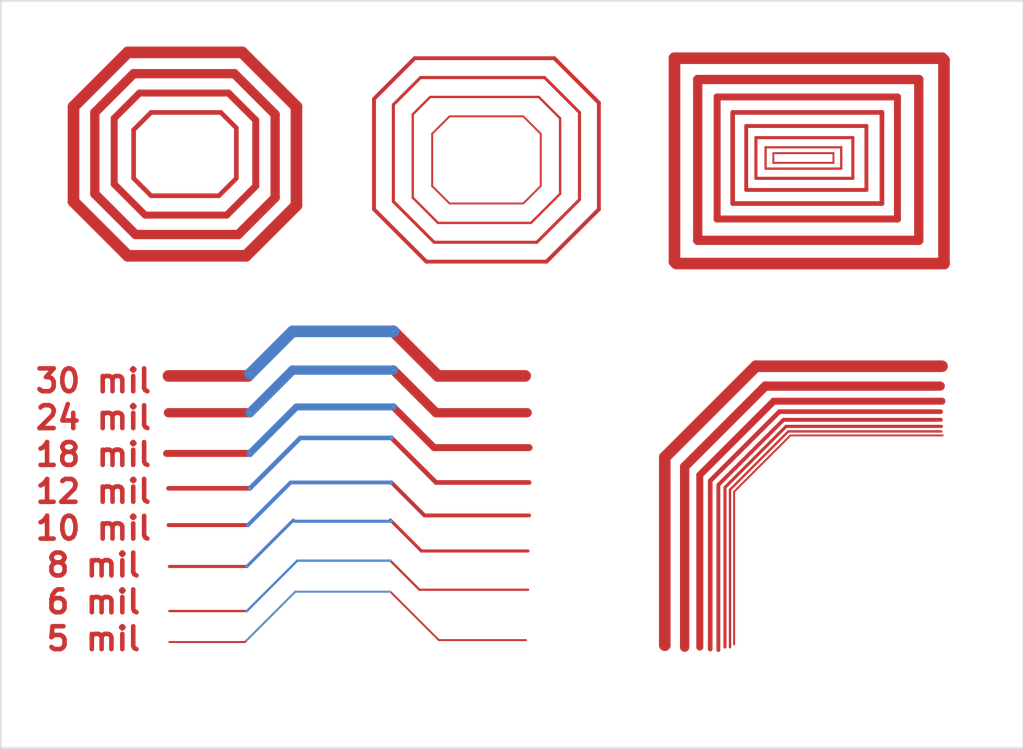
<source format=kicad_pcb>
(kicad_pcb (version 4) (host pcbnew 4.0.4-stable)

  (general
    (links 0)
    (no_connects 0)
    (area 19.949999 20.949999 87.050001 70.050001)
    (thickness 1.6)
    (drawings 5)
    (tracks 201)
    (zones 0)
    (modules 0)
    (nets 1)
  )

  (page A4)
  (layers
    (0 F.Cu signal)
    (31 B.Cu signal)
    (32 B.Adhes user)
    (33 F.Adhes user)
    (34 B.Paste user)
    (35 F.Paste user)
    (36 B.SilkS user)
    (37 F.SilkS user)
    (38 B.Mask user)
    (39 F.Mask user)
    (40 Dwgs.User user)
    (41 Cmts.User user)
    (42 Eco1.User user)
    (43 Eco2.User user)
    (44 Edge.Cuts user)
    (45 Margin user)
    (46 B.CrtYd user)
    (47 F.CrtYd user)
    (48 B.Fab user)
    (49 F.Fab user)
  )

  (setup
    (last_trace_width 0.25)
    (user_trace_width 0.127)
    (user_trace_width 0.1524)
    (user_trace_width 0.2032)
    (user_trace_width 0.254)
    (user_trace_width 0.3048)
    (user_trace_width 0.4572)
    (user_trace_width 0.6096)
    (user_trace_width 0.762)
    (trace_clearance 0.2)
    (zone_clearance 0.508)
    (zone_45_only no)
    (trace_min 0.1)
    (segment_width 0.2)
    (edge_width 0.1)
    (via_size 0.6)
    (via_drill 0.4)
    (via_min_size 0.1)
    (via_min_drill 0.05)
    (user_via 0.127 0.05)
    (user_via 0.1524 0.05)
    (user_via 0.2032 0.05)
    (user_via 0.254 0.05)
    (user_via 0.3048 0.05)
    (user_via 0.4572 0.05)
    (user_via 0.6096 0.05)
    (user_via 0.762 0.05)
    (uvia_size 0.3)
    (uvia_drill 0.1)
    (uvias_allowed no)
    (uvia_min_size 0.2)
    (uvia_min_drill 0.1)
    (pcb_text_width 0.3)
    (pcb_text_size 1.5 1.5)
    (mod_edge_width 0.15)
    (mod_text_size 1 1)
    (mod_text_width 0.15)
    (pad_size 1.5 1.5)
    (pad_drill 0.6)
    (pad_to_mask_clearance 0)
    (aux_axis_origin 20 70)
    (visible_elements 7FFFFFFF)
    (pcbplotparams
      (layerselection 0x00000_00000001)
      (usegerberextensions false)
      (excludeedgelayer false)
      (linewidth 0.100000)
      (plotframeref false)
      (viasonmask false)
      (mode 1)
      (useauxorigin true)
      (hpglpennumber 1)
      (hpglpenspeed 20)
      (hpglpendiameter 15)
      (hpglpenoverlay 2)
      (psnegative false)
      (psa4output false)
      (plotreference true)
      (plotvalue true)
      (plotinvisibletext false)
      (padsonsilk false)
      (subtractmaskfromsilk false)
      (outputformat 1)
      (mirror false)
      (drillshape 0)
      (scaleselection 1)
      (outputdirectory FlatCam/Gerber/))
  )

  (net 0 "")

  (net_class Default "This is the default net class."
    (clearance 0.2)
    (trace_width 0.25)
    (via_dia 0.6)
    (via_drill 0.4)
    (uvia_dia 0.3)
    (uvia_drill 0.1)
  )

  (gr_line (start 20 70) (end 20 21) (angle 90) (layer Edge.Cuts) (width 0.1))
  (gr_line (start 87 70) (end 20 70) (angle 90) (layer Edge.Cuts) (width 0.1))
  (gr_line (start 87 21) (end 87 70) (angle 90) (layer Edge.Cuts) (width 0.1))
  (gr_line (start 20 21) (end 87 21) (angle 90) (layer Edge.Cuts) (width 0.1))
  (gr_text "30 mil\n24 mil\n18 mil\n12 mil\n10 mil\n8 mil\n6 mil\n5 mil" (at 26.07056 54.37124) (layer F.Cu)
    (effects (font (size 1.5 1.5) (thickness 0.3)))
  )

  (segment (start 68.04152 63.19012) (end 68.04152 53.18252) (width 0.127) (layer F.Cu) (net 0))
  (segment (start 71.7296 49.49444) (end 81.70164 49.49444) (width 0.127) (layer F.Cu) (net 0) (tstamp 57D5C323))
  (segment (start 68.04152 53.18252) (end 71.7296 49.49444) (width 0.127) (layer F.Cu) (net 0) (tstamp 57D5C31D))
  (segment (start 67.77228 63.38316) (end 67.77228 53.05044) (width 0.1524) (layer F.Cu) (net 0))
  (segment (start 71.59244 49.23028) (end 81.61528 49.23028) (width 0.1524) (layer F.Cu) (net 0) (tstamp 57D5C2B2))
  (segment (start 67.77228 53.05044) (end 71.59244 49.23028) (width 0.1524) (layer F.Cu) (net 0) (tstamp 57D5C2AE))
  (segment (start 67.44208 63.36284) (end 67.44208 52.90312) (width 0.2032) (layer F.Cu) (net 0))
  (segment (start 71.44512 48.90008) (end 81.62036 48.90008) (width 0.2032) (layer F.Cu) (net 0) (tstamp 57D5C215))
  (segment (start 67.44208 52.90312) (end 71.44512 48.90008) (width 0.2032) (layer F.Cu) (net 0) (tstamp 57D5C211))
  (segment (start 67.01028 63.56096) (end 67.01028 52.73548) (width 0.254) (layer F.Cu) (net 0))
  (segment (start 67.01028 52.73548) (end 71.27748 48.46828) (width 0.254) (layer F.Cu) (net 0) (tstamp 57D5BEA3))
  (segment (start 71.27748 48.46828) (end 81.5848 48.46828) (width 0.254) (layer F.Cu) (net 0) (tstamp 57D5BEA5))
  (segment (start 66.47688 63.5) (end 66.47688 52.46624) (width 0.3048) (layer F.Cu) (net 0))
  (segment (start 66.47688 52.46624) (end 71.00824 47.93488) (width 0.3048) (layer F.Cu) (net 0) (tstamp 57D5BE9D))
  (segment (start 71.00824 47.93488) (end 81.56956 47.93488) (width 0.3048) (layer F.Cu) (net 0) (tstamp 57D5BE9F))
  (segment (start 65.79108 63.373) (end 65.79108 52.09032) (width 0.4572) (layer F.Cu) (net 0))
  (segment (start 65.79108 52.09032) (end 70.63232 47.24908) (width 0.4572) (layer F.Cu) (net 0) (tstamp 57D5BE95))
  (segment (start 70.63232 47.24908) (end 81.65592 47.24908) (width 0.4572) (layer F.Cu) (net 0) (tstamp 57D5BE99))
  (segment (start 64.80048 63.37808) (end 64.80048 51.54168) (width 0.6096) (layer F.Cu) (net 0))
  (segment (start 64.80048 51.54168) (end 70.08368 46.25848) (width 0.6096) (layer F.Cu) (net 0) (tstamp 57D5BE83))
  (segment (start 70.08368 46.25848) (end 81.53908 46.25848) (width 0.6096) (layer F.Cu) (net 0) (tstamp 57D5BE88))
  (segment (start 63.5 63.246) (end 63.5 50.927) (width 0.762) (layer F.Cu) (net 0))
  (segment (start 69.469 44.958) (end 81.661 44.958) (width 0.762) (layer F.Cu) (net 0) (tstamp 57D5BE75))
  (segment (start 63.5 50.927) (end 69.469 44.958) (width 0.762) (layer F.Cu) (net 0) (tstamp 57D5BE71))
  (segment (start 70.612 30.988) (end 70.612 31.623) (width 0.127) (layer F.Cu) (net 0) (tstamp 57D5BDDA))
  (segment (start 74.549 30.988) (end 70.612 30.988) (width 0.127) (layer F.Cu) (net 0) (tstamp 57D5BDE1))
  (segment (start 74.549 31.623) (end 74.549 30.988) (width 0.127) (layer F.Cu) (net 0) (tstamp 57D5BDDF))
  (segment (start 74.549 31.623) (end 74.549 31.623) (width 0.127) (layer F.Cu) (net 0) (tstamp 57D5BDE0))
  (segment (start 70.612 31.623) (end 74.549 31.623) (width 0.127) (layer F.Cu) (net 0) (tstamp 57D5BDDC))
  (segment (start 70.612 31.623) (end 70.612 31.623) (width 0.127) (layer F.Cu) (net 0) (tstamp 57D5BDDE))
  (segment (start 70.104 30.607) (end 70.104 32.004) (width 0.1524) (layer F.Cu) (net 0) (tstamp 57D5BD9A))
  (segment (start 75.057 30.607) (end 70.104 30.607) (width 0.1524) (layer F.Cu) (net 0) (tstamp 57D5BDAE))
  (segment (start 75.057 30.607) (end 75.057 30.607) (width 0.1524) (layer F.Cu) (net 0) (tstamp 57D5BDB2))
  (segment (start 75.057 32.004) (end 75.057 30.607) (width 0.1524) (layer F.Cu) (net 0) (tstamp 57D5BDA2))
  (segment (start 75.057 32.004) (end 75.057 32.004) (width 0.1524) (layer F.Cu) (net 0) (tstamp 57D5BDAD))
  (segment (start 70.104 32.004) (end 75.057 32.004) (width 0.1524) (layer F.Cu) (net 0) (tstamp 57D5BD9C))
  (segment (start 70.104 32.004) (end 70.104 32.004) (width 0.1524) (layer F.Cu) (net 0) (tstamp 57D5BDA1))
  (segment (start 69.469 29.972) (end 69.469 32.639) (width 0.2032) (layer F.Cu) (net 0) (tstamp 57D5BD4F))
  (segment (start 75.819 29.972) (end 69.469 29.972) (width 0.2032) (layer F.Cu) (net 0) (tstamp 57D5BD64))
  (segment (start 75.819 29.972) (end 75.819 29.972) (width 0.2032) (layer F.Cu) (net 0) (tstamp 57D5BD67))
  (segment (start 75.819 32.639) (end 75.819 29.972) (width 0.2032) (layer F.Cu) (net 0) (tstamp 57D5BD57))
  (segment (start 75.819 32.639) (end 75.819 32.639) (width 0.2032) (layer F.Cu) (net 0) (tstamp 57D5BD63))
  (segment (start 69.469 32.639) (end 75.819 32.639) (width 0.2032) (layer F.Cu) (net 0) (tstamp 57D5BD52))
  (segment (start 69.469 32.639) (end 69.469 32.639) (width 0.2032) (layer F.Cu) (net 0) (tstamp 57D5BD56))
  (segment (start 68.834 29.21) (end 68.834 33.401) (width 0.254) (layer F.Cu) (net 0) (tstamp 57D5BCF8))
  (segment (start 76.708 29.21) (end 68.834 29.21) (width 0.254) (layer F.Cu) (net 0) (tstamp 57D5BD10))
  (segment (start 76.708 29.21) (end 76.708 29.21) (width 0.254) (layer F.Cu) (net 0) (tstamp 57D5BD14))
  (segment (start 76.708 33.401) (end 76.708 29.21) (width 0.254) (layer F.Cu) (net 0) (tstamp 57D5BD03))
  (segment (start 76.708 33.401) (end 76.708 33.401) (width 0.254) (layer F.Cu) (net 0) (tstamp 57D5BD0F))
  (segment (start 68.834 33.401) (end 76.708 33.401) (width 0.254) (layer F.Cu) (net 0) (tstamp 57D5BCFB))
  (segment (start 68.834 33.401) (end 68.834 33.401) (width 0.254) (layer F.Cu) (net 0) (tstamp 57D5BD02))
  (segment (start 67.945 28.321) (end 67.945 34.29) (width 0.3048) (layer F.Cu) (net 0) (tstamp 57D5BCBC))
  (segment (start 77.724 28.321) (end 67.945 28.321) (width 0.3048) (layer F.Cu) (net 0) (tstamp 57D5BCD6))
  (segment (start 77.724 28.321) (end 77.724 28.321) (width 0.3048) (layer F.Cu) (net 0) (tstamp 57D5BCD9))
  (segment (start 77.724 34.29) (end 77.724 28.321) (width 0.3048) (layer F.Cu) (net 0) (tstamp 57D5BCC9))
  (segment (start 77.724 34.29) (end 77.724 34.29) (width 0.3048) (layer F.Cu) (net 0) (tstamp 57D5BCD5))
  (segment (start 67.945 34.29) (end 77.724 34.29) (width 0.3048) (layer F.Cu) (net 0) (tstamp 57D5BCC2))
  (segment (start 67.945 34.29) (end 67.945 34.29) (width 0.3048) (layer F.Cu) (net 0) (tstamp 57D5BCC8))
  (segment (start 66.929 27.305) (end 66.929 35.306) (width 0.4572) (layer F.Cu) (net 0) (tstamp 57D5BC71))
  (segment (start 78.74 27.305) (end 66.929 27.305) (width 0.4572) (layer F.Cu) (net 0) (tstamp 57D5BC92))
  (segment (start 78.74 27.305) (end 78.74 27.305) (width 0.4572) (layer F.Cu) (net 0) (tstamp 57D5BC95))
  (segment (start 78.74 35.306) (end 78.74 27.305) (width 0.4572) (layer F.Cu) (net 0) (tstamp 57D5BC80))
  (segment (start 78.74 35.306) (end 78.74 35.306) (width 0.4572) (layer F.Cu) (net 0) (tstamp 57D5BC91))
  (segment (start 66.929 35.306) (end 78.74 35.306) (width 0.4572) (layer F.Cu) (net 0) (tstamp 57D5BC7A))
  (segment (start 66.929 35.306) (end 66.929 35.306) (width 0.4572) (layer F.Cu) (net 0) (tstamp 57D5BC7F))
  (segment (start 65.659 26.162) (end 65.659 36.703) (width 0.6096) (layer F.Cu) (net 0) (tstamp 57D5BC1E))
  (segment (start 80.137 26.162) (end 65.659 26.162) (width 0.6096) (layer F.Cu) (net 0) (tstamp 57D5BC43))
  (segment (start 80.137 26.162) (end 80.137 26.162) (width 0.6096) (layer F.Cu) (net 0) (tstamp 57D5BC48))
  (segment (start 80.137 36.703) (end 80.137 26.162) (width 0.6096) (layer F.Cu) (net 0) (tstamp 57D5BC30))
  (segment (start 80.137 36.703) (end 80.137 36.703) (width 0.6096) (layer F.Cu) (net 0) (tstamp 57D5BC42))
  (segment (start 65.659 36.703) (end 80.137 36.703) (width 0.6096) (layer F.Cu) (net 0) (tstamp 57D5BC25))
  (segment (start 65.659 36.703) (end 65.659 36.703) (width 0.6096) (layer F.Cu) (net 0) (tstamp 57D5BC2F))
  (segment (start 64.135 24.765) (end 64.135 38.1) (width 0.762) (layer F.Cu) (net 0) (tstamp 57D5BBA3))
  (segment (start 81.661 24.765) (end 64.135 24.765) (width 0.762) (layer F.Cu) (net 0) (tstamp 57D5BBE3))
  (segment (start 81.788 24.892) (end 81.661 24.765) (width 0.762) (layer F.Cu) (net 0) (tstamp 57D5BBEC))
  (segment (start 81.788 38.227) (end 81.788 24.892) (width 0.762) (layer F.Cu) (net 0) (tstamp 57D5BBCA))
  (segment (start 81.788 38.227) (end 81.788 38.227) (width 0.762) (layer F.Cu) (net 0) (tstamp 57D5BBE2))
  (segment (start 64.262 38.227) (end 81.788 38.227) (width 0.762) (layer F.Cu) (net 0) (tstamp 57D5BBAE))
  (segment (start 64.135 38.1) (end 64.262 38.227) (width 0.762) (layer F.Cu) (net 0) (tstamp 57D5BBC9))
  (segment (start 31.04388 63.03772) (end 35.99688 63.03772) (width 0.127) (layer F.Cu) (net 0))
  (segment (start 48.69688 62.91072) (end 54.41188 62.91072) (width 0.127) (layer F.Cu) (net 0) (tstamp 57D5BA2A))
  (segment (start 45.52188 59.73572) (end 48.69688 62.91072) (width 0.127) (layer F.Cu) (net 0) (tstamp 57D5BA29))
  (via (at 45.52188 59.73572) (size 0.127) (drill 0.05) (layers F.Cu B.Cu) (net 0))
  (segment (start 39.29888 59.73572) (end 45.52188 59.73572) (width 0.127) (layer B.Cu) (net 0) (tstamp 57D5BA21))
  (segment (start 36.12388 62.91072) (end 39.29888 59.73572) (width 0.127) (layer B.Cu) (net 0) (tstamp 57D5BA20))
  (via (at 36.12388 62.91072) (size 0.127) (drill 0.05) (layers F.Cu B.Cu) (net 0))
  (segment (start 35.99688 63.03772) (end 36.12388 62.91072) (width 0.127) (layer F.Cu) (net 0) (tstamp 57D5BA1A))
  (segment (start 31.04388 61.00572) (end 36.12388 61.00572) (width 0.1524) (layer F.Cu) (net 0))
  (segment (start 47.42688 59.60872) (end 54.53888 59.60872) (width 0.1524) (layer F.Cu) (net 0) (tstamp 57D5B9FE))
  (segment (start 45.52188 57.70372) (end 47.42688 59.60872) (width 0.1524) (layer F.Cu) (net 0) (tstamp 57D5B9FD))
  (via (at 45.52188 57.70372) (size 0.1524) (drill 0.05) (layers F.Cu B.Cu) (net 0))
  (segment (start 39.42588 57.70372) (end 45.52188 57.70372) (width 0.1524) (layer B.Cu) (net 0) (tstamp 57D5B9F5))
  (segment (start 36.12388 61.00572) (end 39.42588 57.70372) (width 0.1524) (layer B.Cu) (net 0) (tstamp 57D5B9F4))
  (via (at 36.12388 61.00572) (size 0.1524) (drill 0.05) (layers F.Cu B.Cu) (net 0))
  (segment (start 31.04388 58.08472) (end 36.12388 58.08472) (width 0.2032) (layer F.Cu) (net 0))
  (segment (start 47.55388 57.06872) (end 54.53888 57.06872) (width 0.2032) (layer F.Cu) (net 0) (tstamp 57D5B9CB))
  (segment (start 45.52188 55.03672) (end 47.55388 57.06872) (width 0.2032) (layer F.Cu) (net 0) (tstamp 57D5B9CA))
  (via (at 45.593 55.118) (size 0.2032) (drill 0.05) (layers F.Cu B.Cu) (net 0))
  (segment (start 39.243 55.118) (end 45.593 55.118) (width 0.2032) (layer B.Cu) (net 0) (tstamp 57D5B9BF))
  (segment (start 36.12388 58.08472) (end 39.17188 55.03672) (width 0.2032) (layer B.Cu) (net 0) (tstamp 57D5B9BE))
  (via (at 36.12388 58.08472) (size 0.2032) (drill 0.05) (layers F.Cu B.Cu) (net 0))
  (segment (start 30.988 55.372) (end 36.195 55.372) (width 0.254) (layer F.Cu) (net 0))
  (segment (start 47.752 54.737) (end 54.61 54.737) (width 0.254) (layer F.Cu) (net 0) (tstamp 57D5B9A1))
  (segment (start 45.593 52.578) (end 47.752 54.737) (width 0.254) (layer F.Cu) (net 0) (tstamp 57D5B9A0))
  (via (at 45.593 52.578) (size 0.254) (drill 0.05) (layers F.Cu B.Cu) (net 0))
  (segment (start 38.989 52.578) (end 45.593 52.578) (width 0.254) (layer B.Cu) (net 0) (tstamp 57D5B996))
  (segment (start 36.195 55.372) (end 38.989 52.578) (width 0.254) (layer B.Cu) (net 0) (tstamp 57D5B995))
  (via (at 36.195 55.372) (size 0.254) (drill 0.05) (layers F.Cu B.Cu) (net 0))
  (segment (start 30.988 52.959) (end 36.322 52.959) (width 0.3048) (layer F.Cu) (net 0))
  (segment (start 48.514 52.578) (end 54.61 52.578) (width 0.3048) (layer F.Cu) (net 0) (tstamp 57D5B96C))
  (segment (start 45.593 49.657) (end 48.514 52.578) (width 0.3048) (layer F.Cu) (net 0) (tstamp 57D5B96B))
  (via (at 45.593 49.657) (size 0.3048) (drill 0.05) (layers F.Cu B.Cu) (net 0))
  (segment (start 39.624 49.657) (end 45.593 49.657) (width 0.3048) (layer B.Cu) (net 0) (tstamp 57D5B962))
  (segment (start 36.322 52.959) (end 39.624 49.657) (width 0.3048) (layer B.Cu) (net 0) (tstamp 57D5B961))
  (via (at 36.322 52.959) (size 0.3048) (drill 0.05) (layers F.Cu B.Cu) (net 0))
  (segment (start 30.861 50.673) (end 36.322 50.673) (width 0.4572) (layer F.Cu) (net 0))
  (segment (start 48.387 50.292) (end 54.61 50.292) (width 0.4572) (layer F.Cu) (net 0) (tstamp 57D5B925))
  (segment (start 45.72 47.625) (end 48.387 50.292) (width 0.4572) (layer F.Cu) (net 0) (tstamp 57D5B924))
  (via (at 45.72 47.625) (size 0.4572) (drill 0.05) (layers F.Cu B.Cu) (net 0))
  (segment (start 39.37 47.625) (end 45.72 47.625) (width 0.4572) (layer B.Cu) (net 0) (tstamp 57D5B918))
  (segment (start 36.322 50.673) (end 39.37 47.625) (width 0.4572) (layer B.Cu) (net 0) (tstamp 57D5B917))
  (via (at 36.322 50.673) (size 0.4572) (drill 0.05) (layers F.Cu B.Cu) (net 0))
  (segment (start 30.988 48.006) (end 36.322 48.006) (width 0.6096) (layer F.Cu) (net 0))
  (segment (start 48.514 48.006) (end 54.483 48.006) (width 0.6096) (layer F.Cu) (net 0) (tstamp 57D5B8F3))
  (segment (start 45.72 45.212) (end 48.514 48.006) (width 0.6096) (layer F.Cu) (net 0) (tstamp 57D5B8F2))
  (via (at 45.72 45.212) (size 0.6096) (drill 0.05) (layers F.Cu B.Cu) (net 0))
  (segment (start 39.116 45.212) (end 45.72 45.212) (width 0.6096) (layer B.Cu) (net 0) (tstamp 57D5B8E8))
  (segment (start 36.322 48.006) (end 39.116 45.212) (width 0.6096) (layer B.Cu) (net 0) (tstamp 57D5B8E7))
  (via (at 36.322 48.006) (size 0.6096) (drill 0.05) (layers F.Cu B.Cu) (net 0))
  (segment (start 48.641 45.593) (end 54.356 45.593) (width 0.762) (layer F.Cu) (net 0) (tstamp 57D5B892))
  (segment (start 45.72 42.672) (end 48.641 45.593) (width 0.762) (layer F.Cu) (net 0) (tstamp 57D5B891))
  (via (at 45.72 42.672) (size 0.762) (drill 0.05) (layers F.Cu B.Cu) (net 0))
  (segment (start 39.116 42.672) (end 45.72 42.672) (width 0.762) (layer B.Cu) (net 0) (tstamp 57D5B889))
  (segment (start 36.322 45.466) (end 39.116 42.672) (width 0.762) (layer B.Cu) (net 0) (tstamp 57D5B888))
  (via (at 36.322 45.466) (size 0.762) (drill 0.05) (layers F.Cu B.Cu) (net 0))
  (segment (start 36.195 45.593) (end 36.322 45.466) (width 0.762) (layer F.Cu) (net 0) (tstamp 57D5B883))
  (segment (start 30.988 45.593) (end 36.195 45.593) (width 0.762) (layer F.Cu) (net 0))
  (segment (start 48.26 29.718) (end 48.26 33.147) (width 0.127) (layer F.Cu) (net 0))
  (segment (start 49.403 28.575) (end 48.26 29.718) (width 0.127) (layer F.Cu) (net 0) (tstamp 57D5B411))
  (segment (start 54.229 28.575) (end 49.403 28.575) (width 0.127) (layer F.Cu) (net 0) (tstamp 57D5B40F))
  (segment (start 55.372 29.718) (end 54.229 28.575) (width 0.127) (layer F.Cu) (net 0) (tstamp 57D5B40D))
  (segment (start 55.372 33.147) (end 55.372 29.718) (width 0.127) (layer F.Cu) (net 0) (tstamp 57D5B40B))
  (segment (start 54.229 34.29) (end 55.372 33.147) (width 0.127) (layer F.Cu) (net 0) (tstamp 57D5B409))
  (segment (start 49.403 34.29) (end 54.229 34.29) (width 0.127) (layer F.Cu) (net 0) (tstamp 57D5B407))
  (segment (start 48.26 33.147) (end 49.403 34.29) (width 0.127) (layer F.Cu) (net 0) (tstamp 57D5B403))
  (segment (start 46.99 28.448) (end 46.99 33.909) (width 0.1524) (layer F.Cu) (net 0))
  (segment (start 48.133 27.305) (end 46.99 28.448) (width 0.1524) (layer F.Cu) (net 0) (tstamp 57D5B3B6))
  (segment (start 55.245 27.305) (end 48.133 27.305) (width 0.1524) (layer F.Cu) (net 0) (tstamp 57D5B3B4))
  (segment (start 56.642 28.702) (end 55.245 27.305) (width 0.1524) (layer F.Cu) (net 0) (tstamp 57D5B3B2))
  (segment (start 56.642 33.655) (end 56.642 28.702) (width 0.1524) (layer F.Cu) (net 0) (tstamp 57D5B3B0))
  (segment (start 54.737 35.56) (end 56.642 33.655) (width 0.1524) (layer F.Cu) (net 0) (tstamp 57D5B3AE))
  (segment (start 48.641 35.56) (end 54.737 35.56) (width 0.1524) (layer F.Cu) (net 0) (tstamp 57D5B3AC))
  (segment (start 46.99 33.909) (end 48.641 35.56) (width 0.1524) (layer F.Cu) (net 0) (tstamp 57D5B3A6))
  (segment (start 45.72 27.813) (end 45.72 34.163) (width 0.2032) (layer F.Cu) (net 0))
  (segment (start 47.498 26.035) (end 45.72 27.813) (width 0.2032) (layer F.Cu) (net 0) (tstamp 57D5B312))
  (segment (start 55.626 26.035) (end 47.498 26.035) (width 0.2032) (layer F.Cu) (net 0) (tstamp 57D5B310))
  (segment (start 57.912 28.321) (end 55.626 26.035) (width 0.2032) (layer F.Cu) (net 0) (tstamp 57D5B30E))
  (segment (start 57.912 34.036) (end 57.912 28.321) (width 0.2032) (layer F.Cu) (net 0) (tstamp 57D5B30C))
  (segment (start 55.118 36.83) (end 57.912 34.036) (width 0.2032) (layer F.Cu) (net 0) (tstamp 57D5B30A))
  (segment (start 48.387 36.83) (end 55.118 36.83) (width 0.2032) (layer F.Cu) (net 0) (tstamp 57D5B308))
  (segment (start 45.72 34.163) (end 48.387 36.83) (width 0.2032) (layer F.Cu) (net 0) (tstamp 57D5B304))
  (segment (start 47.879 38.1) (end 55.753 38.1) (width 0.254) (layer F.Cu) (net 0))
  (segment (start 44.45 34.671) (end 47.879 38.1) (width 0.254) (layer F.Cu) (net 0) (tstamp 57D5B263))
  (segment (start 44.45 27.432) (end 44.45 34.671) (width 0.254) (layer F.Cu) (net 0) (tstamp 57D5B261))
  (segment (start 47.117 24.765) (end 44.45 27.432) (width 0.254) (layer F.Cu) (net 0) (tstamp 57D5B25F))
  (segment (start 56.261 24.765) (end 47.117 24.765) (width 0.254) (layer F.Cu) (net 0) (tstamp 57D5B25D))
  (segment (start 59.182 27.686) (end 56.261 24.765) (width 0.254) (layer F.Cu) (net 0) (tstamp 57D5B25B))
  (segment (start 59.182 34.671) (end 59.182 27.686) (width 0.254) (layer F.Cu) (net 0) (tstamp 57D5B259))
  (segment (start 55.753 38.1) (end 59.182 34.671) (width 0.254) (layer F.Cu) (net 0) (tstamp 57D5B255))
  (segment (start 29.845 33.782) (end 34.29 33.782) (width 0.3048) (layer F.Cu) (net 0))
  (segment (start 28.702 32.639) (end 29.845 33.782) (width 0.3048) (layer F.Cu) (net 0) (tstamp 57D5B1BC))
  (segment (start 28.702 29.464) (end 28.702 32.639) (width 0.3048) (layer F.Cu) (net 0) (tstamp 57D5B1BB))
  (segment (start 29.845 28.321) (end 28.702 29.464) (width 0.3048) (layer F.Cu) (net 0) (tstamp 57D5B1BA))
  (segment (start 34.417 28.321) (end 29.845 28.321) (width 0.3048) (layer F.Cu) (net 0) (tstamp 57D5B1B9))
  (segment (start 35.433 29.337) (end 34.417 28.321) (width 0.3048) (layer F.Cu) (net 0) (tstamp 57D5B1B8))
  (segment (start 35.433 32.639) (end 35.433 29.337) (width 0.3048) (layer F.Cu) (net 0) (tstamp 57D5B1B7))
  (segment (start 34.29 33.782) (end 35.433 32.639) (width 0.3048) (layer F.Cu) (net 0) (tstamp 57D5B1B2))
  (segment (start 27.432 28.702) (end 27.432 33.02) (width 0.4572) (layer F.Cu) (net 0))
  (segment (start 27.432 33.02) (end 29.464 35.052) (width 0.4572) (layer F.Cu) (net 0) (tstamp 57D5AFB4))
  (segment (start 29.464 35.052) (end 34.798 35.052) (width 0.4572) (layer F.Cu) (net 0) (tstamp 57D5AFBA))
  (segment (start 34.798 35.052) (end 36.703 33.147) (width 0.4572) (layer F.Cu) (net 0) (tstamp 57D5AFBC))
  (segment (start 36.703 33.147) (end 36.703 28.829) (width 0.4572) (layer F.Cu) (net 0) (tstamp 57D5AFBE))
  (segment (start 36.703 28.829) (end 34.925 27.051) (width 0.4572) (layer F.Cu) (net 0) (tstamp 57D5AFC0))
  (segment (start 34.925 27.051) (end 29.083 27.051) (width 0.4572) (layer F.Cu) (net 0) (tstamp 57D5AFC2))
  (segment (start 29.083 27.051) (end 27.432 28.702) (width 0.4572) (layer F.Cu) (net 0) (tstamp 57D5AFC4))
  (segment (start 26.162 28.321) (end 26.162 33.655) (width 0.6096) (layer F.Cu) (net 0))
  (segment (start 26.162 33.655) (end 28.829 36.322) (width 0.6096) (layer F.Cu) (net 0) (tstamp 57D5AE35))
  (segment (start 28.829 36.322) (end 35.56 36.322) (width 0.6096) (layer F.Cu) (net 0) (tstamp 57D5AE49))
  (segment (start 35.56 36.322) (end 37.973 33.909) (width 0.6096) (layer F.Cu) (net 0) (tstamp 57D5AE52))
  (segment (start 37.973 33.909) (end 37.973 28.448) (width 0.6096) (layer F.Cu) (net 0) (tstamp 57D5AE5E))
  (segment (start 37.973 28.448) (end 35.306 25.781) (width 0.6096) (layer F.Cu) (net 0) (tstamp 57D5AE6D))
  (segment (start 35.306 25.781) (end 28.702 25.781) (width 0.6096) (layer F.Cu) (net 0) (tstamp 57D5AE7F))
  (segment (start 28.702 25.781) (end 26.162 28.321) (width 0.6096) (layer F.Cu) (net 0) (tstamp 57D5AE83))
  (segment (start 24.765 34.163) (end 24.765 27.94) (width 0.762) (layer F.Cu) (net 0))
  (segment (start 24.765 27.94) (end 28.321 24.384) (width 0.762) (layer F.Cu) (net 0) (tstamp 57D5ACE9))
  (segment (start 28.321 24.384) (end 35.814 24.384) (width 0.762) (layer F.Cu) (net 0) (tstamp 57D5ACF0))
  (segment (start 35.814 24.384) (end 39.37 27.94) (width 0.762) (layer F.Cu) (net 0) (tstamp 57D5ACF4))
  (segment (start 39.37 27.94) (end 39.37 34.417) (width 0.762) (layer F.Cu) (net 0) (tstamp 57D5AD0B))
  (segment (start 39.37 34.417) (end 36.068 37.719) (width 0.762) (layer F.Cu) (net 0) (tstamp 57D5AD25))
  (segment (start 36.068 37.719) (end 28.321 37.719) (width 0.762) (layer F.Cu) (net 0) (tstamp 57D5AD3D))
  (segment (start 28.321 37.719) (end 24.765 34.163) (width 0.762) (layer F.Cu) (net 0) (tstamp 57D5AD4D))

)

</source>
